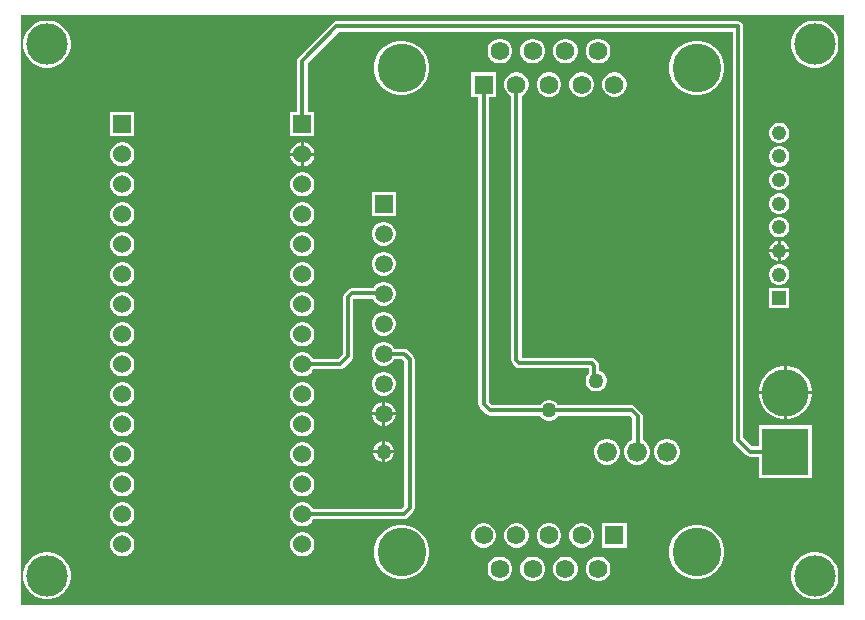
<source format=gbl>
G04*
G04 #@! TF.GenerationSoftware,Altium Limited,Altium Designer,22.8.2 (66)*
G04*
G04 Layer_Physical_Order=2*
G04 Layer_Color=16711680*
%FSLAX42Y42*%
%MOMM*%
G71*
G04*
G04 #@! TF.SameCoordinates,73A1F774-0F22-46A5-B85E-6585DDB94E85*
G04*
G04*
G04 #@! TF.FilePolarity,Positive*
G04*
G01*
G75*
%ADD32C,0.35*%
%ADD33R,1.51X1.51*%
%ADD34C,1.51*%
%ADD35C,4.12*%
%ADD36R,1.58X1.58*%
%ADD37C,1.58*%
%ADD38R,1.21X1.21*%
%ADD39C,1.21*%
%ADD40C,3.50*%
%ADD41C,1.68*%
%ADD42C,1.53*%
%ADD43R,1.53X1.53*%
%ADD44C,4.00*%
%ADD45R,4.00X4.00*%
%ADD46C,1.27*%
G36*
X7000D02*
X26D01*
Y5000D01*
X7000D01*
Y0D01*
D02*
G37*
%LPC*%
G36*
X4929Y4796D02*
X4902D01*
X4875Y4789D01*
X4852Y4775D01*
X4832Y4756D01*
X4818Y4732D01*
X4811Y4706D01*
Y4678D01*
X4818Y4652D01*
X4832Y4628D01*
X4852Y4609D01*
X4875Y4595D01*
X4902Y4588D01*
X4929D01*
X4956Y4595D01*
X4979Y4609D01*
X4999Y4628D01*
X5013Y4652D01*
X5020Y4678D01*
Y4706D01*
X5013Y4732D01*
X4999Y4756D01*
X4979Y4775D01*
X4956Y4789D01*
X4929Y4796D01*
D02*
G37*
G36*
X4652D02*
X4625D01*
X4598Y4789D01*
X4575Y4775D01*
X4555Y4756D01*
X4541Y4732D01*
X4534Y4706D01*
Y4678D01*
X4541Y4652D01*
X4555Y4628D01*
X4575Y4609D01*
X4598Y4595D01*
X4625Y4588D01*
X4652D01*
X4679Y4595D01*
X4702Y4609D01*
X4722Y4628D01*
X4736Y4652D01*
X4743Y4678D01*
Y4706D01*
X4736Y4732D01*
X4722Y4756D01*
X4702Y4775D01*
X4679Y4789D01*
X4652Y4796D01*
D02*
G37*
G36*
X4375D02*
X4348D01*
X4321Y4789D01*
X4298Y4775D01*
X4278Y4756D01*
X4264Y4732D01*
X4257Y4706D01*
Y4678D01*
X4264Y4652D01*
X4278Y4628D01*
X4298Y4609D01*
X4321Y4595D01*
X4348Y4588D01*
X4375D01*
X4402Y4595D01*
X4425Y4609D01*
X4445Y4628D01*
X4459Y4652D01*
X4466Y4678D01*
Y4706D01*
X4459Y4732D01*
X4445Y4756D01*
X4425Y4775D01*
X4402Y4789D01*
X4375Y4796D01*
D02*
G37*
G36*
X4098D02*
X4071D01*
X4044Y4789D01*
X4021Y4775D01*
X4001Y4756D01*
X3987Y4732D01*
X3980Y4706D01*
Y4678D01*
X3987Y4652D01*
X4001Y4628D01*
X4021Y4609D01*
X4044Y4595D01*
X4071Y4588D01*
X4098D01*
X4125Y4595D01*
X4148Y4609D01*
X4168Y4628D01*
X4182Y4652D01*
X4189Y4678D01*
Y4706D01*
X4182Y4732D01*
X4168Y4756D01*
X4148Y4775D01*
X4125Y4789D01*
X4098Y4796D01*
D02*
G37*
G36*
X6770Y4950D02*
X6730D01*
X6692Y4943D01*
X6655Y4928D01*
X6622Y4906D01*
X6594Y4878D01*
X6572Y4845D01*
X6557Y4808D01*
X6550Y4770D01*
Y4730D01*
X6557Y4692D01*
X6572Y4655D01*
X6594Y4622D01*
X6622Y4594D01*
X6655Y4572D01*
X6692Y4557D01*
X6730Y4550D01*
X6770D01*
X6808Y4557D01*
X6845Y4572D01*
X6878Y4594D01*
X6906Y4622D01*
X6928Y4655D01*
X6943Y4692D01*
X6950Y4730D01*
Y4770D01*
X6943Y4808D01*
X6928Y4845D01*
X6906Y4878D01*
X6878Y4906D01*
X6845Y4928D01*
X6808Y4943D01*
X6770Y4950D01*
D02*
G37*
G36*
X270D02*
X230D01*
X192Y4943D01*
X155Y4928D01*
X122Y4906D01*
X94Y4878D01*
X72Y4845D01*
X57Y4808D01*
X50Y4770D01*
Y4730D01*
X57Y4692D01*
X72Y4655D01*
X94Y4622D01*
X122Y4594D01*
X155Y4572D01*
X192Y4557D01*
X230Y4550D01*
X270D01*
X308Y4557D01*
X345Y4572D01*
X378Y4594D01*
X406Y4622D01*
X428Y4655D01*
X443Y4692D01*
X450Y4730D01*
Y4770D01*
X443Y4808D01*
X428Y4845D01*
X406Y4878D01*
X378Y4906D01*
X345Y4928D01*
X308Y4943D01*
X270Y4950D01*
D02*
G37*
G36*
X5772Y4781D02*
X5727D01*
X5682Y4772D01*
X5640Y4755D01*
X5602Y4730D01*
X5570Y4697D01*
X5545Y4660D01*
X5527Y4617D01*
X5518Y4573D01*
Y4527D01*
X5527Y4483D01*
X5545Y4440D01*
X5570Y4403D01*
X5602Y4370D01*
X5640Y4345D01*
X5682Y4328D01*
X5727Y4319D01*
X5772D01*
X5817Y4328D01*
X5859Y4345D01*
X5897Y4370D01*
X5929Y4403D01*
X5954Y4440D01*
X5972Y4483D01*
X5981Y4527D01*
Y4573D01*
X5972Y4617D01*
X5954Y4660D01*
X5929Y4697D01*
X5897Y4730D01*
X5859Y4755D01*
X5817Y4772D01*
X5772Y4781D01*
D02*
G37*
G36*
X3273D02*
X3228D01*
X3183Y4772D01*
X3141Y4755D01*
X3103Y4730D01*
X3071Y4697D01*
X3046Y4660D01*
X3028Y4617D01*
X3019Y4573D01*
Y4527D01*
X3028Y4483D01*
X3046Y4440D01*
X3071Y4403D01*
X3103Y4370D01*
X3141Y4345D01*
X3183Y4328D01*
X3228Y4319D01*
X3273D01*
X3318Y4328D01*
X3360Y4345D01*
X3398Y4370D01*
X3430Y4403D01*
X3455Y4440D01*
X3473Y4483D01*
X3482Y4527D01*
Y4573D01*
X3473Y4617D01*
X3455Y4660D01*
X3430Y4697D01*
X3398Y4730D01*
X3360Y4755D01*
X3318Y4772D01*
X3273Y4781D01*
D02*
G37*
G36*
X5068Y4512D02*
X5040D01*
X5014Y4505D01*
X4990Y4491D01*
X4971Y4472D01*
X4957Y4448D01*
X4950Y4422D01*
Y4394D01*
X4957Y4368D01*
X4971Y4344D01*
X4990Y4325D01*
X5014Y4311D01*
X5040Y4304D01*
X5068D01*
X5094Y4311D01*
X5118Y4325D01*
X5137Y4344D01*
X5151Y4368D01*
X5158Y4394D01*
Y4422D01*
X5151Y4448D01*
X5137Y4472D01*
X5118Y4491D01*
X5094Y4505D01*
X5068Y4512D01*
D02*
G37*
G36*
X4791D02*
X4763D01*
X4737Y4505D01*
X4713Y4491D01*
X4694Y4472D01*
X4680Y4448D01*
X4673Y4422D01*
Y4394D01*
X4680Y4368D01*
X4694Y4344D01*
X4713Y4325D01*
X4737Y4311D01*
X4763Y4304D01*
X4791D01*
X4817Y4311D01*
X4841Y4325D01*
X4860Y4344D01*
X4874Y4368D01*
X4881Y4394D01*
Y4422D01*
X4874Y4448D01*
X4860Y4472D01*
X4841Y4491D01*
X4817Y4505D01*
X4791Y4512D01*
D02*
G37*
G36*
X4514D02*
X4486D01*
X4460Y4505D01*
X4436Y4491D01*
X4417Y4472D01*
X4403Y4448D01*
X4396Y4422D01*
Y4394D01*
X4403Y4368D01*
X4417Y4344D01*
X4436Y4325D01*
X4460Y4311D01*
X4486Y4304D01*
X4514D01*
X4540Y4311D01*
X4564Y4325D01*
X4583Y4344D01*
X4597Y4368D01*
X4604Y4394D01*
Y4422D01*
X4597Y4448D01*
X4583Y4472D01*
X4564Y4491D01*
X4540Y4505D01*
X4514Y4512D01*
D02*
G37*
G36*
X990Y4173D02*
X786D01*
Y3970D01*
X990D01*
Y4173D01*
D02*
G37*
G36*
X6461Y4086D02*
X6439D01*
X6417Y4080D01*
X6397Y4069D01*
X6381Y4053D01*
X6370Y4033D01*
X6364Y4011D01*
Y3989D01*
X6370Y3967D01*
X6381Y3947D01*
X6397Y3931D01*
X6417Y3920D01*
X6439Y3914D01*
X6461D01*
X6483Y3920D01*
X6503Y3931D01*
X6519Y3947D01*
X6530Y3967D01*
X6536Y3989D01*
Y4011D01*
X6530Y4033D01*
X6519Y4053D01*
X6503Y4069D01*
X6483Y4080D01*
X6461Y4086D01*
D02*
G37*
G36*
X2425Y3919D02*
X2425D01*
Y3830D01*
X2514D01*
Y3831D01*
X2507Y3857D01*
X2494Y3880D01*
X2475Y3899D01*
X2451Y3912D01*
X2425Y3919D01*
D02*
G37*
G36*
X2399D02*
X2399D01*
X2373Y3912D01*
X2349Y3899D01*
X2330Y3880D01*
X2317Y3857D01*
X2310Y3831D01*
Y3830D01*
X2399D01*
Y3919D01*
D02*
G37*
G36*
X2514Y3805D02*
X2425D01*
Y3716D01*
X2425D01*
X2451Y3723D01*
X2475Y3736D01*
X2494Y3755D01*
X2507Y3778D01*
X2514Y3804D01*
Y3805D01*
D02*
G37*
G36*
X2399D02*
X2310D01*
Y3804D01*
X2317Y3778D01*
X2330Y3755D01*
X2349Y3736D01*
X2373Y3723D01*
X2399Y3716D01*
X2399D01*
Y3805D01*
D02*
G37*
G36*
X901Y3919D02*
X875D01*
X849Y3912D01*
X825Y3899D01*
X806Y3880D01*
X793Y3857D01*
X786Y3831D01*
Y3804D01*
X793Y3778D01*
X806Y3755D01*
X825Y3736D01*
X849Y3723D01*
X875Y3716D01*
X901D01*
X927Y3723D01*
X951Y3736D01*
X970Y3755D01*
X983Y3778D01*
X990Y3804D01*
Y3831D01*
X983Y3857D01*
X970Y3880D01*
X951Y3899D01*
X927Y3912D01*
X901Y3919D01*
D02*
G37*
G36*
X6461Y3886D02*
X6439D01*
X6417Y3880D01*
X6397Y3869D01*
X6381Y3853D01*
X6370Y3833D01*
X6364Y3811D01*
Y3789D01*
X6370Y3767D01*
X6381Y3747D01*
X6397Y3731D01*
X6417Y3720D01*
X6439Y3714D01*
X6461D01*
X6483Y3720D01*
X6503Y3731D01*
X6519Y3747D01*
X6530Y3767D01*
X6536Y3789D01*
Y3811D01*
X6530Y3833D01*
X6519Y3853D01*
X6503Y3869D01*
X6483Y3880D01*
X6461Y3886D01*
D02*
G37*
G36*
Y3686D02*
X6439D01*
X6417Y3680D01*
X6397Y3669D01*
X6381Y3653D01*
X6370Y3633D01*
X6364Y3611D01*
Y3589D01*
X6370Y3567D01*
X6381Y3547D01*
X6397Y3531D01*
X6417Y3520D01*
X6439Y3514D01*
X6461D01*
X6483Y3520D01*
X6503Y3531D01*
X6519Y3547D01*
X6530Y3567D01*
X6536Y3589D01*
Y3611D01*
X6530Y3633D01*
X6519Y3653D01*
X6503Y3669D01*
X6483Y3680D01*
X6461Y3686D01*
D02*
G37*
G36*
X2425Y3665D02*
X2399D01*
X2373Y3658D01*
X2349Y3645D01*
X2330Y3626D01*
X2317Y3603D01*
X2310Y3577D01*
Y3550D01*
X2317Y3524D01*
X2330Y3501D01*
X2349Y3482D01*
X2373Y3469D01*
X2399Y3462D01*
X2425D01*
X2451Y3469D01*
X2475Y3482D01*
X2494Y3501D01*
X2507Y3524D01*
X2514Y3550D01*
Y3577D01*
X2507Y3603D01*
X2494Y3626D01*
X2475Y3645D01*
X2451Y3658D01*
X2425Y3665D01*
D02*
G37*
G36*
X901D02*
X875D01*
X849Y3658D01*
X825Y3645D01*
X806Y3626D01*
X793Y3603D01*
X786Y3577D01*
Y3550D01*
X793Y3524D01*
X806Y3501D01*
X825Y3482D01*
X849Y3469D01*
X875Y3462D01*
X901D01*
X927Y3469D01*
X951Y3482D01*
X970Y3501D01*
X983Y3524D01*
X990Y3550D01*
Y3577D01*
X983Y3603D01*
X970Y3626D01*
X951Y3645D01*
X927Y3658D01*
X901Y3665D01*
D02*
G37*
G36*
X6461Y3486D02*
X6439D01*
X6417Y3480D01*
X6397Y3469D01*
X6381Y3453D01*
X6370Y3433D01*
X6364Y3411D01*
Y3389D01*
X6370Y3367D01*
X6381Y3347D01*
X6397Y3331D01*
X6417Y3320D01*
X6439Y3314D01*
X6461D01*
X6483Y3320D01*
X6503Y3331D01*
X6519Y3347D01*
X6530Y3367D01*
X6536Y3389D01*
Y3411D01*
X6530Y3433D01*
X6519Y3453D01*
X6503Y3469D01*
X6483Y3480D01*
X6461Y3486D01*
D02*
G37*
G36*
X3201Y3499D02*
X2999D01*
Y3297D01*
X3201D01*
Y3499D01*
D02*
G37*
G36*
X2425Y3411D02*
X2399D01*
X2373Y3404D01*
X2349Y3391D01*
X2330Y3372D01*
X2317Y3349D01*
X2310Y3323D01*
Y3296D01*
X2317Y3270D01*
X2330Y3247D01*
X2349Y3228D01*
X2373Y3215D01*
X2399Y3208D01*
X2425D01*
X2451Y3215D01*
X2475Y3228D01*
X2494Y3247D01*
X2507Y3270D01*
X2514Y3296D01*
Y3323D01*
X2507Y3349D01*
X2494Y3372D01*
X2475Y3391D01*
X2451Y3404D01*
X2425Y3411D01*
D02*
G37*
G36*
X901D02*
X875D01*
X849Y3404D01*
X825Y3391D01*
X806Y3372D01*
X793Y3349D01*
X786Y3323D01*
Y3296D01*
X793Y3270D01*
X806Y3247D01*
X825Y3228D01*
X849Y3215D01*
X875Y3208D01*
X901D01*
X927Y3215D01*
X951Y3228D01*
X970Y3247D01*
X983Y3270D01*
X990Y3296D01*
Y3323D01*
X983Y3349D01*
X970Y3372D01*
X951Y3391D01*
X927Y3404D01*
X901Y3411D01*
D02*
G37*
G36*
X6461Y3286D02*
X6439D01*
X6417Y3280D01*
X6397Y3269D01*
X6381Y3253D01*
X6370Y3233D01*
X6364Y3211D01*
Y3189D01*
X6370Y3167D01*
X6381Y3147D01*
X6397Y3131D01*
X6417Y3120D01*
X6439Y3114D01*
X6461D01*
X6483Y3120D01*
X6503Y3131D01*
X6519Y3147D01*
X6530Y3167D01*
X6536Y3189D01*
Y3211D01*
X6530Y3233D01*
X6519Y3253D01*
X6503Y3269D01*
X6483Y3280D01*
X6461Y3286D01*
D02*
G37*
G36*
X3113Y3245D02*
X3087D01*
X3061Y3238D01*
X3038Y3225D01*
X3019Y3206D01*
X3006Y3183D01*
X2999Y3157D01*
Y3131D01*
X3006Y3105D01*
X3019Y3082D01*
X3038Y3063D01*
X3061Y3050D01*
X3087Y3043D01*
X3113D01*
X3139Y3050D01*
X3162Y3063D01*
X3181Y3082D01*
X3194Y3105D01*
X3201Y3131D01*
Y3157D01*
X3194Y3183D01*
X3181Y3206D01*
X3162Y3225D01*
X3139Y3238D01*
X3113Y3245D01*
D02*
G37*
G36*
X6463Y3085D02*
Y3013D01*
X6535D01*
X6530Y3033D01*
X6519Y3053D01*
X6503Y3069D01*
X6483Y3080D01*
X6463Y3085D01*
D02*
G37*
G36*
X6437D02*
X6417Y3080D01*
X6397Y3069D01*
X6381Y3053D01*
X6370Y3033D01*
X6365Y3013D01*
X6437D01*
Y3085D01*
D02*
G37*
G36*
X2425Y3157D02*
X2399D01*
X2373Y3150D01*
X2349Y3137D01*
X2330Y3118D01*
X2317Y3095D01*
X2310Y3069D01*
Y3042D01*
X2317Y3016D01*
X2330Y2993D01*
X2349Y2974D01*
X2373Y2961D01*
X2399Y2954D01*
X2425D01*
X2451Y2961D01*
X2475Y2974D01*
X2494Y2993D01*
X2507Y3016D01*
X2514Y3042D01*
Y3069D01*
X2507Y3095D01*
X2494Y3118D01*
X2475Y3137D01*
X2451Y3150D01*
X2425Y3157D01*
D02*
G37*
G36*
X901D02*
X875D01*
X849Y3150D01*
X825Y3137D01*
X806Y3118D01*
X793Y3095D01*
X786Y3069D01*
Y3042D01*
X793Y3016D01*
X806Y2993D01*
X825Y2974D01*
X849Y2961D01*
X875Y2954D01*
X901D01*
X927Y2961D01*
X951Y2974D01*
X970Y2993D01*
X983Y3016D01*
X990Y3042D01*
Y3069D01*
X983Y3095D01*
X970Y3118D01*
X951Y3137D01*
X927Y3150D01*
X901Y3157D01*
D02*
G37*
G36*
X6437Y2987D02*
X6365D01*
X6370Y2967D01*
X6381Y2947D01*
X6397Y2931D01*
X6417Y2920D01*
X6437Y2915D01*
Y2987D01*
D02*
G37*
G36*
X6535D02*
X6463D01*
Y2915D01*
X6483Y2920D01*
X6503Y2931D01*
X6519Y2947D01*
X6530Y2967D01*
X6535Y2987D01*
D02*
G37*
G36*
X3113Y2991D02*
X3087D01*
X3061Y2984D01*
X3038Y2971D01*
X3019Y2952D01*
X3006Y2929D01*
X2999Y2903D01*
Y2877D01*
X3006Y2851D01*
X3019Y2828D01*
X3038Y2809D01*
X3061Y2796D01*
X3087Y2789D01*
X3113D01*
X3139Y2796D01*
X3162Y2809D01*
X3181Y2828D01*
X3194Y2851D01*
X3201Y2877D01*
Y2903D01*
X3194Y2929D01*
X3181Y2952D01*
X3162Y2971D01*
X3139Y2984D01*
X3113Y2991D01*
D02*
G37*
G36*
X6461Y2886D02*
X6439D01*
X6417Y2880D01*
X6397Y2869D01*
X6381Y2853D01*
X6370Y2833D01*
X6364Y2811D01*
Y2789D01*
X6370Y2767D01*
X6381Y2747D01*
X6397Y2731D01*
X6417Y2720D01*
X6439Y2714D01*
X6461D01*
X6483Y2720D01*
X6503Y2731D01*
X6519Y2747D01*
X6530Y2767D01*
X6536Y2789D01*
Y2811D01*
X6530Y2833D01*
X6519Y2853D01*
X6503Y2869D01*
X6483Y2880D01*
X6461Y2886D01*
D02*
G37*
G36*
X2425Y2903D02*
X2399D01*
X2373Y2896D01*
X2349Y2883D01*
X2330Y2864D01*
X2317Y2841D01*
X2310Y2815D01*
Y2788D01*
X2317Y2762D01*
X2330Y2739D01*
X2349Y2720D01*
X2373Y2707D01*
X2399Y2700D01*
X2425D01*
X2451Y2707D01*
X2475Y2720D01*
X2494Y2739D01*
X2507Y2762D01*
X2514Y2788D01*
Y2815D01*
X2507Y2841D01*
X2494Y2864D01*
X2475Y2883D01*
X2451Y2896D01*
X2425Y2903D01*
D02*
G37*
G36*
X901D02*
X875D01*
X849Y2896D01*
X825Y2883D01*
X806Y2864D01*
X793Y2841D01*
X786Y2815D01*
Y2788D01*
X793Y2762D01*
X806Y2739D01*
X825Y2720D01*
X849Y2707D01*
X875Y2700D01*
X901D01*
X927Y2707D01*
X951Y2720D01*
X970Y2739D01*
X983Y2762D01*
X990Y2788D01*
Y2815D01*
X983Y2841D01*
X970Y2864D01*
X951Y2883D01*
X927Y2896D01*
X901Y2903D01*
D02*
G37*
G36*
X3113Y2737D02*
X3087D01*
X3061Y2730D01*
X3038Y2717D01*
X3019Y2698D01*
X3011Y2684D01*
X2830D01*
X2813Y2680D01*
X2799Y2671D01*
X2769Y2641D01*
X2760Y2627D01*
X2756Y2610D01*
Y2128D01*
X2711Y2083D01*
X2504D01*
X2494Y2102D01*
X2475Y2121D01*
X2451Y2134D01*
X2425Y2141D01*
X2399D01*
X2373Y2134D01*
X2349Y2121D01*
X2330Y2102D01*
X2317Y2079D01*
X2310Y2053D01*
Y2026D01*
X2317Y2000D01*
X2330Y1977D01*
X2349Y1958D01*
X2373Y1945D01*
X2399Y1938D01*
X2425D01*
X2451Y1945D01*
X2475Y1958D01*
X2494Y1977D01*
X2504Y1996D01*
X2730D01*
X2746Y1999D01*
X2760Y2009D01*
X2831Y2079D01*
X2840Y2093D01*
X2844Y2110D01*
Y2592D01*
X2848Y2596D01*
X3007D01*
X3019Y2574D01*
X3038Y2555D01*
X3061Y2542D01*
X3087Y2535D01*
X3113D01*
X3139Y2542D01*
X3162Y2555D01*
X3181Y2574D01*
X3194Y2597D01*
X3201Y2623D01*
Y2649D01*
X3194Y2675D01*
X3181Y2698D01*
X3162Y2717D01*
X3139Y2730D01*
X3113Y2737D01*
D02*
G37*
G36*
X6536Y2686D02*
X6364D01*
Y2514D01*
X6536D01*
Y2686D01*
D02*
G37*
G36*
X2425Y2649D02*
X2399D01*
X2373Y2642D01*
X2349Y2629D01*
X2330Y2610D01*
X2317Y2587D01*
X2310Y2561D01*
Y2534D01*
X2317Y2508D01*
X2330Y2485D01*
X2349Y2466D01*
X2373Y2453D01*
X2399Y2446D01*
X2425D01*
X2451Y2453D01*
X2475Y2466D01*
X2494Y2485D01*
X2507Y2508D01*
X2514Y2534D01*
Y2561D01*
X2507Y2587D01*
X2494Y2610D01*
X2475Y2629D01*
X2451Y2642D01*
X2425Y2649D01*
D02*
G37*
G36*
X901D02*
X875D01*
X849Y2642D01*
X825Y2629D01*
X806Y2610D01*
X793Y2587D01*
X786Y2561D01*
Y2534D01*
X793Y2508D01*
X806Y2485D01*
X825Y2466D01*
X849Y2453D01*
X875Y2446D01*
X901D01*
X927Y2453D01*
X951Y2466D01*
X970Y2485D01*
X983Y2508D01*
X990Y2534D01*
Y2561D01*
X983Y2587D01*
X970Y2610D01*
X951Y2629D01*
X927Y2642D01*
X901Y2649D01*
D02*
G37*
G36*
X3113Y2483D02*
X3087D01*
X3061Y2476D01*
X3038Y2463D01*
X3019Y2444D01*
X3006Y2421D01*
X2999Y2395D01*
Y2369D01*
X3006Y2343D01*
X3019Y2320D01*
X3038Y2301D01*
X3061Y2288D01*
X3087Y2281D01*
X3113D01*
X3139Y2288D01*
X3162Y2301D01*
X3181Y2320D01*
X3194Y2343D01*
X3201Y2369D01*
Y2395D01*
X3194Y2421D01*
X3181Y2444D01*
X3162Y2463D01*
X3139Y2476D01*
X3113Y2483D01*
D02*
G37*
G36*
X2425Y2395D02*
X2399D01*
X2373Y2388D01*
X2349Y2375D01*
X2330Y2356D01*
X2317Y2333D01*
X2310Y2307D01*
Y2280D01*
X2317Y2254D01*
X2330Y2231D01*
X2349Y2212D01*
X2373Y2199D01*
X2399Y2192D01*
X2425D01*
X2451Y2199D01*
X2475Y2212D01*
X2494Y2231D01*
X2507Y2254D01*
X2514Y2280D01*
Y2307D01*
X2507Y2333D01*
X2494Y2356D01*
X2475Y2375D01*
X2451Y2388D01*
X2425Y2395D01*
D02*
G37*
G36*
X901D02*
X875D01*
X849Y2388D01*
X825Y2375D01*
X806Y2356D01*
X793Y2333D01*
X786Y2307D01*
Y2280D01*
X793Y2254D01*
X806Y2231D01*
X825Y2212D01*
X849Y2199D01*
X875Y2192D01*
X901D01*
X927Y2199D01*
X951Y2212D01*
X970Y2231D01*
X983Y2254D01*
X990Y2280D01*
Y2307D01*
X983Y2333D01*
X970Y2356D01*
X951Y2375D01*
X927Y2388D01*
X901Y2395D01*
D02*
G37*
G36*
Y2141D02*
X875D01*
X849Y2134D01*
X825Y2121D01*
X806Y2102D01*
X793Y2079D01*
X786Y2053D01*
Y2026D01*
X793Y2000D01*
X806Y1977D01*
X825Y1958D01*
X849Y1945D01*
X875Y1938D01*
X901D01*
X927Y1945D01*
X951Y1958D01*
X970Y1977D01*
X983Y2000D01*
X990Y2026D01*
Y2053D01*
X983Y2079D01*
X970Y2102D01*
X951Y2121D01*
X927Y2134D01*
X901Y2141D01*
D02*
G37*
G36*
X6522Y2025D02*
X6513D01*
Y1813D01*
X6725D01*
Y1822D01*
X6717Y1866D01*
X6700Y1907D01*
X6675Y1944D01*
X6644Y1975D01*
X6607Y2000D01*
X6566Y2017D01*
X6522Y2025D01*
D02*
G37*
G36*
X6487D02*
X6478D01*
X6434Y2017D01*
X6393Y2000D01*
X6356Y1975D01*
X6325Y1944D01*
X6300Y1907D01*
X6283Y1866D01*
X6275Y1822D01*
Y1813D01*
X6487D01*
Y2025D01*
D02*
G37*
G36*
X4237Y4512D02*
X4209D01*
X4183Y4505D01*
X4159Y4491D01*
X4140Y4472D01*
X4126Y4448D01*
X4119Y4422D01*
Y4394D01*
X4126Y4368D01*
X4140Y4344D01*
X4159Y4325D01*
X4179Y4313D01*
Y2077D01*
X4183Y2060D01*
X4192Y2046D01*
X4219Y2019D01*
X4233Y2010D01*
X4250Y2006D01*
X4839D01*
Y1964D01*
X4829Y1955D01*
X4817Y1934D01*
X4811Y1912D01*
Y1888D01*
X4817Y1866D01*
X4829Y1845D01*
X4845Y1829D01*
X4866Y1817D01*
X4888Y1811D01*
X4912D01*
X4934Y1817D01*
X4955Y1829D01*
X4971Y1845D01*
X4983Y1866D01*
X4989Y1888D01*
Y1912D01*
X4983Y1934D01*
X4971Y1955D01*
X4955Y1971D01*
X4934Y1983D01*
X4926Y1985D01*
Y2029D01*
X4923Y2046D01*
X4913Y2060D01*
X4893Y2081D01*
X4879Y2090D01*
X4862Y2094D01*
X4268D01*
X4267Y2095D01*
Y4313D01*
X4287Y4325D01*
X4306Y4344D01*
X4320Y4368D01*
X4327Y4394D01*
Y4422D01*
X4320Y4448D01*
X4306Y4472D01*
X4287Y4491D01*
X4263Y4505D01*
X4237Y4512D01*
D02*
G37*
G36*
X3113Y1975D02*
X3087D01*
X3061Y1968D01*
X3038Y1955D01*
X3019Y1936D01*
X3006Y1913D01*
X2999Y1887D01*
Y1861D01*
X3006Y1835D01*
X3019Y1812D01*
X3038Y1793D01*
X3061Y1780D01*
X3087Y1773D01*
X3113D01*
X3139Y1780D01*
X3162Y1793D01*
X3181Y1812D01*
X3194Y1835D01*
X3201Y1861D01*
Y1887D01*
X3194Y1913D01*
X3181Y1936D01*
X3162Y1955D01*
X3139Y1968D01*
X3113Y1975D01*
D02*
G37*
G36*
X2425Y1887D02*
X2399D01*
X2373Y1880D01*
X2349Y1867D01*
X2330Y1848D01*
X2317Y1825D01*
X2310Y1799D01*
Y1772D01*
X2317Y1746D01*
X2330Y1723D01*
X2349Y1704D01*
X2373Y1691D01*
X2399Y1684D01*
X2425D01*
X2451Y1691D01*
X2475Y1704D01*
X2494Y1723D01*
X2507Y1746D01*
X2514Y1772D01*
Y1799D01*
X2507Y1825D01*
X2494Y1848D01*
X2475Y1867D01*
X2451Y1880D01*
X2425Y1887D01*
D02*
G37*
G36*
X901D02*
X875D01*
X849Y1880D01*
X825Y1867D01*
X806Y1848D01*
X793Y1825D01*
X786Y1799D01*
Y1772D01*
X793Y1746D01*
X806Y1723D01*
X825Y1704D01*
X849Y1691D01*
X875Y1684D01*
X901D01*
X927Y1691D01*
X951Y1704D01*
X970Y1723D01*
X983Y1746D01*
X990Y1772D01*
Y1799D01*
X983Y1825D01*
X970Y1848D01*
X951Y1867D01*
X927Y1880D01*
X901Y1887D01*
D02*
G37*
G36*
X3113Y1721D02*
X3113D01*
Y1633D01*
X3201D01*
Y1633D01*
X3194Y1659D01*
X3181Y1682D01*
X3162Y1701D01*
X3139Y1714D01*
X3113Y1721D01*
D02*
G37*
G36*
X3087D02*
X3087D01*
X3061Y1714D01*
X3038Y1701D01*
X3019Y1682D01*
X3006Y1659D01*
X2999Y1633D01*
Y1633D01*
X3087D01*
Y1721D01*
D02*
G37*
G36*
X6725Y1787D02*
X6513D01*
Y1575D01*
X6522D01*
X6566Y1583D01*
X6607Y1600D01*
X6644Y1625D01*
X6675Y1656D01*
X6700Y1693D01*
X6717Y1734D01*
X6725Y1778D01*
Y1787D01*
D02*
G37*
G36*
X6487D02*
X6275D01*
Y1778D01*
X6283Y1734D01*
X6300Y1693D01*
X6325Y1656D01*
X6356Y1625D01*
X6393Y1600D01*
X6434Y1583D01*
X6478Y1575D01*
X6487D01*
Y1787D01*
D02*
G37*
G36*
X3201Y1607D02*
X3113D01*
Y1519D01*
X3113D01*
X3139Y1526D01*
X3162Y1539D01*
X3181Y1558D01*
X3194Y1581D01*
X3201Y1607D01*
Y1607D01*
D02*
G37*
G36*
X3087D02*
X2999D01*
Y1607D01*
X3006Y1581D01*
X3019Y1558D01*
X3038Y1539D01*
X3061Y1526D01*
X3087Y1519D01*
X3087D01*
Y1607D01*
D02*
G37*
G36*
X2425Y1633D02*
X2399D01*
X2373Y1626D01*
X2349Y1613D01*
X2330Y1594D01*
X2317Y1571D01*
X2310Y1545D01*
Y1518D01*
X2317Y1492D01*
X2330Y1469D01*
X2349Y1450D01*
X2373Y1437D01*
X2399Y1430D01*
X2425D01*
X2451Y1437D01*
X2475Y1450D01*
X2494Y1469D01*
X2507Y1492D01*
X2514Y1518D01*
Y1545D01*
X2507Y1571D01*
X2494Y1594D01*
X2475Y1613D01*
X2451Y1626D01*
X2425Y1633D01*
D02*
G37*
G36*
X901D02*
X875D01*
X849Y1626D01*
X825Y1613D01*
X806Y1594D01*
X793Y1571D01*
X786Y1545D01*
Y1518D01*
X793Y1492D01*
X806Y1469D01*
X825Y1450D01*
X849Y1437D01*
X875Y1430D01*
X901D01*
X927Y1437D01*
X951Y1450D01*
X970Y1469D01*
X983Y1492D01*
X990Y1518D01*
Y1545D01*
X983Y1571D01*
X970Y1594D01*
X951Y1613D01*
X927Y1626D01*
X901Y1633D01*
D02*
G37*
G36*
X3113Y1389D02*
Y1313D01*
X3189D01*
X3183Y1334D01*
X3171Y1355D01*
X3155Y1371D01*
X3134Y1383D01*
X3113Y1389D01*
D02*
G37*
G36*
X3087D02*
X3066Y1383D01*
X3045Y1371D01*
X3029Y1355D01*
X3017Y1334D01*
X3011Y1313D01*
X3087D01*
Y1389D01*
D02*
G37*
G36*
X3189Y1287D02*
X3113D01*
Y1211D01*
X3134Y1217D01*
X3155Y1229D01*
X3171Y1245D01*
X3183Y1266D01*
X3189Y1287D01*
D02*
G37*
G36*
X3087D02*
X3011D01*
X3017Y1266D01*
X3029Y1245D01*
X3045Y1229D01*
X3066Y1217D01*
X3087Y1211D01*
Y1287D01*
D02*
G37*
G36*
X5514Y1409D02*
X5486D01*
X5458Y1402D01*
X5433Y1387D01*
X5413Y1367D01*
X5398Y1342D01*
X5391Y1314D01*
Y1286D01*
X5398Y1258D01*
X5413Y1233D01*
X5433Y1213D01*
X5458Y1198D01*
X5486Y1191D01*
X5514D01*
X5542Y1198D01*
X5567Y1213D01*
X5587Y1233D01*
X5602Y1258D01*
X5609Y1286D01*
Y1314D01*
X5602Y1342D01*
X5587Y1367D01*
X5567Y1387D01*
X5542Y1402D01*
X5514Y1409D01*
D02*
G37*
G36*
X4050Y4512D02*
X3842D01*
Y4304D01*
X3902D01*
Y1704D01*
X3906Y1687D01*
X3915Y1673D01*
X3969Y1619D01*
X3983Y1610D01*
X4000Y1606D01*
X4423D01*
X4429Y1595D01*
X4445Y1579D01*
X4466Y1567D01*
X4488Y1561D01*
X4512D01*
X4534Y1567D01*
X4555Y1579D01*
X4571Y1595D01*
X4577Y1606D01*
X5182D01*
X5206Y1582D01*
Y1402D01*
X5204Y1402D01*
X5179Y1387D01*
X5159Y1367D01*
X5144Y1342D01*
X5137Y1314D01*
Y1286D01*
X5144Y1258D01*
X5159Y1233D01*
X5179Y1213D01*
X5204Y1198D01*
X5232Y1191D01*
X5260D01*
X5288Y1198D01*
X5313Y1213D01*
X5333Y1233D01*
X5348Y1258D01*
X5355Y1286D01*
Y1314D01*
X5348Y1342D01*
X5333Y1367D01*
X5313Y1387D01*
X5294Y1399D01*
Y1600D01*
X5290Y1617D01*
X5281Y1631D01*
X5231Y1681D01*
X5217Y1690D01*
X5200Y1694D01*
X4577D01*
X4571Y1705D01*
X4555Y1721D01*
X4534Y1733D01*
X4512Y1739D01*
X4488D01*
X4466Y1733D01*
X4445Y1721D01*
X4429Y1705D01*
X4423Y1694D01*
X4018D01*
X3990Y1722D01*
Y4304D01*
X4050D01*
Y4512D01*
D02*
G37*
G36*
X5006Y1409D02*
X4978D01*
X4950Y1402D01*
X4925Y1387D01*
X4905Y1367D01*
X4890Y1342D01*
X4883Y1314D01*
Y1286D01*
X4890Y1258D01*
X4905Y1233D01*
X4925Y1213D01*
X4950Y1198D01*
X4978Y1191D01*
X5006D01*
X5034Y1198D01*
X5059Y1213D01*
X5079Y1233D01*
X5094Y1258D01*
X5101Y1286D01*
Y1314D01*
X5094Y1342D01*
X5079Y1367D01*
X5059Y1387D01*
X5034Y1402D01*
X5006Y1409D01*
D02*
G37*
G36*
X2425Y1379D02*
X2399D01*
X2373Y1372D01*
X2349Y1359D01*
X2330Y1340D01*
X2317Y1317D01*
X2310Y1291D01*
Y1264D01*
X2317Y1238D01*
X2330Y1215D01*
X2349Y1196D01*
X2373Y1183D01*
X2399Y1176D01*
X2425D01*
X2451Y1183D01*
X2475Y1196D01*
X2494Y1215D01*
X2507Y1238D01*
X2514Y1264D01*
Y1291D01*
X2507Y1317D01*
X2494Y1340D01*
X2475Y1359D01*
X2451Y1372D01*
X2425Y1379D01*
D02*
G37*
G36*
X901D02*
X875D01*
X849Y1372D01*
X825Y1359D01*
X806Y1340D01*
X793Y1317D01*
X786Y1291D01*
Y1264D01*
X793Y1238D01*
X806Y1215D01*
X825Y1196D01*
X849Y1183D01*
X875Y1176D01*
X901D01*
X927Y1183D01*
X951Y1196D01*
X970Y1215D01*
X983Y1238D01*
X990Y1264D01*
Y1291D01*
X983Y1317D01*
X970Y1340D01*
X951Y1359D01*
X927Y1372D01*
X901Y1379D01*
D02*
G37*
G36*
X6100Y4944D02*
X2700D01*
X2683Y4940D01*
X2669Y4931D01*
X2381Y4643D01*
X2372Y4629D01*
X2368Y4612D01*
Y4173D01*
X2310D01*
Y3970D01*
X2514D01*
Y4173D01*
X2456D01*
Y4594D01*
X2718Y4856D01*
X6056D01*
Y1400D01*
X6060Y1383D01*
X6069Y1369D01*
X6169Y1269D01*
X6183Y1260D01*
X6200Y1256D01*
X6275D01*
Y1075D01*
X6725D01*
Y1525D01*
X6275D01*
Y1344D01*
X6218D01*
X6144Y1418D01*
Y4900D01*
X6140Y4917D01*
X6131Y4931D01*
X6117Y4940D01*
X6100Y4944D01*
D02*
G37*
G36*
X2425Y1125D02*
X2399D01*
X2373Y1118D01*
X2349Y1105D01*
X2330Y1086D01*
X2317Y1063D01*
X2310Y1037D01*
Y1010D01*
X2317Y984D01*
X2330Y961D01*
X2349Y942D01*
X2373Y929D01*
X2399Y922D01*
X2425D01*
X2451Y929D01*
X2475Y942D01*
X2494Y961D01*
X2507Y984D01*
X2514Y1010D01*
Y1037D01*
X2507Y1063D01*
X2494Y1086D01*
X2475Y1105D01*
X2451Y1118D01*
X2425Y1125D01*
D02*
G37*
G36*
X901D02*
X875D01*
X849Y1118D01*
X825Y1105D01*
X806Y1086D01*
X793Y1063D01*
X786Y1037D01*
Y1010D01*
X793Y984D01*
X806Y961D01*
X825Y942D01*
X849Y929D01*
X875Y922D01*
X901D01*
X927Y929D01*
X951Y942D01*
X970Y961D01*
X983Y984D01*
X990Y1010D01*
Y1037D01*
X983Y1063D01*
X970Y1086D01*
X951Y1105D01*
X927Y1118D01*
X901Y1125D01*
D02*
G37*
G36*
X3113Y2229D02*
X3087D01*
X3061Y2222D01*
X3038Y2209D01*
X3019Y2190D01*
X3006Y2167D01*
X2999Y2141D01*
Y2115D01*
X3006Y2089D01*
X3019Y2066D01*
X3038Y2047D01*
X3061Y2034D01*
X3087Y2027D01*
X3113D01*
X3139Y2034D01*
X3162Y2047D01*
X3181Y2066D01*
X3191Y2084D01*
X3254D01*
X3276Y2062D01*
Y838D01*
X3251Y813D01*
X2504D01*
X2494Y832D01*
X2475Y851D01*
X2451Y864D01*
X2425Y871D01*
X2399D01*
X2373Y864D01*
X2349Y851D01*
X2330Y832D01*
X2317Y809D01*
X2310Y783D01*
Y756D01*
X2317Y730D01*
X2330Y707D01*
X2349Y688D01*
X2373Y675D01*
X2399Y668D01*
X2425D01*
X2451Y675D01*
X2475Y688D01*
X2494Y707D01*
X2504Y726D01*
X3269D01*
X3286Y729D01*
X3300Y739D01*
X3350Y789D01*
X3360Y803D01*
X3363Y819D01*
Y2081D01*
X3360Y2097D01*
X3350Y2111D01*
X3303Y2159D01*
X3289Y2168D01*
X3272Y2172D01*
X3191D01*
X3181Y2190D01*
X3162Y2209D01*
X3139Y2222D01*
X3113Y2229D01*
D02*
G37*
G36*
X901Y871D02*
X875D01*
X849Y864D01*
X825Y851D01*
X806Y832D01*
X793Y809D01*
X786Y783D01*
Y756D01*
X793Y730D01*
X806Y707D01*
X825Y688D01*
X849Y675D01*
X875Y668D01*
X901D01*
X927Y675D01*
X951Y688D01*
X970Y707D01*
X983Y730D01*
X990Y756D01*
Y783D01*
X983Y809D01*
X970Y832D01*
X951Y851D01*
X927Y864D01*
X901Y871D01*
D02*
G37*
G36*
X5158Y696D02*
X4950D01*
Y488D01*
X5158D01*
Y696D01*
D02*
G37*
G36*
X4791D02*
X4763D01*
X4737Y689D01*
X4713Y675D01*
X4694Y656D01*
X4680Y632D01*
X4673Y606D01*
Y578D01*
X4680Y552D01*
X4694Y528D01*
X4713Y509D01*
X4737Y495D01*
X4763Y488D01*
X4791D01*
X4817Y495D01*
X4841Y509D01*
X4860Y528D01*
X4874Y552D01*
X4881Y578D01*
Y606D01*
X4874Y632D01*
X4860Y656D01*
X4841Y675D01*
X4817Y689D01*
X4791Y696D01*
D02*
G37*
G36*
X4514D02*
X4486D01*
X4460Y689D01*
X4436Y675D01*
X4417Y656D01*
X4403Y632D01*
X4396Y606D01*
Y578D01*
X4403Y552D01*
X4417Y528D01*
X4436Y509D01*
X4460Y495D01*
X4486Y488D01*
X4514D01*
X4540Y495D01*
X4564Y509D01*
X4583Y528D01*
X4597Y552D01*
X4604Y578D01*
Y606D01*
X4597Y632D01*
X4583Y656D01*
X4564Y675D01*
X4540Y689D01*
X4514Y696D01*
D02*
G37*
G36*
X4237D02*
X4209D01*
X4183Y689D01*
X4159Y675D01*
X4140Y656D01*
X4126Y632D01*
X4119Y606D01*
Y578D01*
X4126Y552D01*
X4140Y528D01*
X4159Y509D01*
X4183Y495D01*
X4209Y488D01*
X4237D01*
X4263Y495D01*
X4287Y509D01*
X4306Y528D01*
X4320Y552D01*
X4327Y578D01*
Y606D01*
X4320Y632D01*
X4306Y656D01*
X4287Y675D01*
X4263Y689D01*
X4237Y696D01*
D02*
G37*
G36*
X3960D02*
X3932D01*
X3906Y689D01*
X3882Y675D01*
X3863Y656D01*
X3849Y632D01*
X3842Y606D01*
Y578D01*
X3849Y552D01*
X3863Y528D01*
X3882Y509D01*
X3906Y495D01*
X3932Y488D01*
X3960D01*
X3986Y495D01*
X4010Y509D01*
X4029Y528D01*
X4043Y552D01*
X4050Y578D01*
Y606D01*
X4043Y632D01*
X4029Y656D01*
X4010Y675D01*
X3986Y689D01*
X3960Y696D01*
D02*
G37*
G36*
X2425Y617D02*
X2399D01*
X2373Y610D01*
X2349Y597D01*
X2330Y578D01*
X2317Y555D01*
X2310Y529D01*
Y502D01*
X2317Y476D01*
X2330Y453D01*
X2349Y434D01*
X2373Y421D01*
X2399Y414D01*
X2425D01*
X2451Y421D01*
X2475Y434D01*
X2494Y453D01*
X2507Y476D01*
X2514Y502D01*
Y529D01*
X2507Y555D01*
X2494Y578D01*
X2475Y597D01*
X2451Y610D01*
X2425Y617D01*
D02*
G37*
G36*
X901D02*
X875D01*
X849Y610D01*
X825Y597D01*
X806Y578D01*
X793Y555D01*
X786Y529D01*
Y502D01*
X793Y476D01*
X806Y453D01*
X825Y434D01*
X849Y421D01*
X875Y414D01*
X901D01*
X927Y421D01*
X951Y434D01*
X970Y453D01*
X983Y476D01*
X990Y502D01*
Y529D01*
X983Y555D01*
X970Y578D01*
X951Y597D01*
X927Y610D01*
X901Y617D01*
D02*
G37*
G36*
X5772Y681D02*
X5727D01*
X5682Y672D01*
X5640Y655D01*
X5602Y630D01*
X5570Y597D01*
X5545Y560D01*
X5527Y517D01*
X5518Y473D01*
Y427D01*
X5527Y383D01*
X5545Y340D01*
X5570Y303D01*
X5602Y270D01*
X5640Y245D01*
X5682Y228D01*
X5727Y219D01*
X5772D01*
X5817Y228D01*
X5859Y245D01*
X5897Y270D01*
X5929Y303D01*
X5954Y340D01*
X5972Y383D01*
X5981Y427D01*
Y473D01*
X5972Y517D01*
X5954Y560D01*
X5929Y597D01*
X5897Y630D01*
X5859Y655D01*
X5817Y672D01*
X5772Y681D01*
D02*
G37*
G36*
X3273D02*
X3228D01*
X3183Y672D01*
X3141Y655D01*
X3103Y630D01*
X3071Y597D01*
X3046Y560D01*
X3028Y517D01*
X3019Y473D01*
Y427D01*
X3028Y383D01*
X3046Y340D01*
X3071Y303D01*
X3103Y270D01*
X3141Y245D01*
X3183Y228D01*
X3228Y219D01*
X3273D01*
X3318Y228D01*
X3360Y245D01*
X3398Y270D01*
X3430Y303D01*
X3455Y340D01*
X3473Y383D01*
X3482Y427D01*
Y473D01*
X3473Y517D01*
X3455Y560D01*
X3430Y597D01*
X3398Y630D01*
X3360Y655D01*
X3318Y672D01*
X3273Y681D01*
D02*
G37*
G36*
X4929Y412D02*
X4902D01*
X4875Y405D01*
X4852Y391D01*
X4832Y372D01*
X4818Y348D01*
X4811Y322D01*
Y294D01*
X4818Y268D01*
X4832Y244D01*
X4852Y225D01*
X4875Y211D01*
X4902Y204D01*
X4929D01*
X4956Y211D01*
X4979Y225D01*
X4999Y244D01*
X5013Y268D01*
X5020Y294D01*
Y322D01*
X5013Y348D01*
X4999Y372D01*
X4979Y391D01*
X4956Y405D01*
X4929Y412D01*
D02*
G37*
G36*
X4652D02*
X4625D01*
X4598Y405D01*
X4575Y391D01*
X4555Y372D01*
X4541Y348D01*
X4534Y322D01*
Y294D01*
X4541Y268D01*
X4555Y244D01*
X4575Y225D01*
X4598Y211D01*
X4625Y204D01*
X4652D01*
X4679Y211D01*
X4702Y225D01*
X4722Y244D01*
X4736Y268D01*
X4743Y294D01*
Y322D01*
X4736Y348D01*
X4722Y372D01*
X4702Y391D01*
X4679Y405D01*
X4652Y412D01*
D02*
G37*
G36*
X4375D02*
X4348D01*
X4321Y405D01*
X4298Y391D01*
X4278Y372D01*
X4264Y348D01*
X4257Y322D01*
Y294D01*
X4264Y268D01*
X4278Y244D01*
X4298Y225D01*
X4321Y211D01*
X4348Y204D01*
X4375D01*
X4402Y211D01*
X4425Y225D01*
X4445Y244D01*
X4459Y268D01*
X4466Y294D01*
Y322D01*
X4459Y348D01*
X4445Y372D01*
X4425Y391D01*
X4402Y405D01*
X4375Y412D01*
D02*
G37*
G36*
X4098D02*
X4071D01*
X4044Y405D01*
X4021Y391D01*
X4001Y372D01*
X3987Y348D01*
X3980Y322D01*
Y294D01*
X3987Y268D01*
X4001Y244D01*
X4021Y225D01*
X4044Y211D01*
X4071Y204D01*
X4098D01*
X4125Y211D01*
X4148Y225D01*
X4168Y244D01*
X4182Y268D01*
X4189Y294D01*
Y322D01*
X4182Y348D01*
X4168Y372D01*
X4148Y391D01*
X4125Y405D01*
X4098Y412D01*
D02*
G37*
G36*
X6770Y450D02*
X6730D01*
X6692Y443D01*
X6655Y428D01*
X6622Y406D01*
X6594Y378D01*
X6572Y345D01*
X6557Y308D01*
X6550Y270D01*
Y230D01*
X6557Y192D01*
X6572Y155D01*
X6594Y122D01*
X6622Y94D01*
X6655Y72D01*
X6692Y57D01*
X6730Y50D01*
X6770D01*
X6808Y57D01*
X6845Y72D01*
X6878Y94D01*
X6906Y122D01*
X6928Y155D01*
X6943Y192D01*
X6950Y230D01*
Y270D01*
X6943Y308D01*
X6928Y345D01*
X6906Y378D01*
X6878Y406D01*
X6845Y428D01*
X6808Y443D01*
X6770Y450D01*
D02*
G37*
G36*
X270D02*
X230D01*
X192Y443D01*
X155Y428D01*
X122Y406D01*
X94Y378D01*
X72Y345D01*
X57Y308D01*
X50Y270D01*
Y230D01*
X57Y192D01*
X72Y155D01*
X94Y122D01*
X122Y94D01*
X155Y72D01*
X192Y57D01*
X230Y50D01*
X270D01*
X308Y57D01*
X345Y72D01*
X378Y94D01*
X406Y122D01*
X428Y155D01*
X443Y192D01*
X450Y230D01*
Y270D01*
X443Y308D01*
X428Y345D01*
X406Y378D01*
X378Y406D01*
X345Y428D01*
X308Y443D01*
X270Y450D01*
D02*
G37*
%LPD*%
D32*
X4882Y1918D02*
Y2029D01*
X4862Y2050D02*
X4882Y2029D01*
X4250Y2050D02*
X4862D01*
X4882Y1918D02*
X4900Y1900D01*
X4223Y2077D02*
X4250Y2050D01*
X4223Y2077D02*
Y4408D01*
X5250Y1304D02*
Y1600D01*
X5246Y1300D02*
X5250Y1304D01*
X5200Y1650D02*
X5250Y1600D01*
X4500Y1650D02*
X5200D01*
X4000D02*
X4500D01*
X3946Y1704D02*
X4000Y1650D01*
X3269Y770D02*
X3319Y819D01*
X2412Y770D02*
X3269D01*
X3319Y819D02*
Y2081D01*
X3272Y2128D02*
X3319Y2081D01*
X3100Y2128D02*
X3272D01*
X2412Y4072D02*
Y4612D01*
X2700Y4900D01*
X6100D01*
Y1400D02*
Y4900D01*
X3946Y1704D02*
Y4408D01*
X6100Y1400D02*
X6200Y1300D01*
X6500D01*
X2800Y2110D02*
Y2610D01*
X2412Y2040D02*
X2730D01*
X2800Y2110D01*
X3088Y2140D02*
X3100Y2128D01*
X3096Y2640D02*
X3100Y2636D01*
X2830Y2640D02*
X3096D01*
X2800Y2610D02*
X2830Y2640D01*
X888Y3817D02*
X904Y3834D01*
D33*
X3100Y3398D02*
D03*
D34*
Y3144D02*
D03*
Y2890D02*
D03*
Y2636D02*
D03*
Y2382D02*
D03*
Y2128D02*
D03*
Y1874D02*
D03*
Y1620D02*
D03*
D35*
X5749Y450D02*
D03*
X3251D02*
D03*
Y4550D02*
D03*
X5749D02*
D03*
D36*
X5054Y592D02*
D03*
X3946Y4408D02*
D03*
D37*
X4915Y308D02*
D03*
X4777Y592D02*
D03*
X4638Y308D02*
D03*
X4500Y592D02*
D03*
X4362Y308D02*
D03*
X4223Y592D02*
D03*
X4085Y308D02*
D03*
X3946Y592D02*
D03*
X4085Y4692D02*
D03*
X4223Y4408D02*
D03*
X4362Y4692D02*
D03*
X4500Y4408D02*
D03*
X4638Y4692D02*
D03*
X4777Y4408D02*
D03*
X4915Y4692D02*
D03*
X5054Y4408D02*
D03*
D38*
X6450Y2600D02*
D03*
D39*
Y2800D02*
D03*
Y3000D02*
D03*
Y3200D02*
D03*
Y3400D02*
D03*
Y4000D02*
D03*
Y3600D02*
D03*
Y3800D02*
D03*
D40*
X6750Y4750D02*
D03*
Y250D02*
D03*
X250D02*
D03*
Y4750D02*
D03*
D41*
X5500Y1300D02*
D03*
X4992D02*
D03*
X5246D02*
D03*
D42*
X888Y516D02*
D03*
Y770D02*
D03*
Y1023D02*
D03*
Y1277D02*
D03*
Y1531D02*
D03*
Y1785D02*
D03*
Y2040D02*
D03*
Y2293D02*
D03*
Y2548D02*
D03*
Y2801D02*
D03*
Y3056D02*
D03*
Y3310D02*
D03*
Y3563D02*
D03*
Y3817D02*
D03*
X2412Y516D02*
D03*
Y770D02*
D03*
Y1023D02*
D03*
Y1277D02*
D03*
Y1531D02*
D03*
Y1785D02*
D03*
Y2040D02*
D03*
Y2293D02*
D03*
Y2548D02*
D03*
Y2801D02*
D03*
Y3056D02*
D03*
Y3310D02*
D03*
Y3563D02*
D03*
Y3817D02*
D03*
D43*
X888Y4072D02*
D03*
X2412D02*
D03*
D44*
X6500Y1800D02*
D03*
D45*
Y1300D02*
D03*
D46*
X4900Y1900D02*
D03*
X4500Y1650D02*
D03*
X3100Y1300D02*
D03*
M02*

</source>
